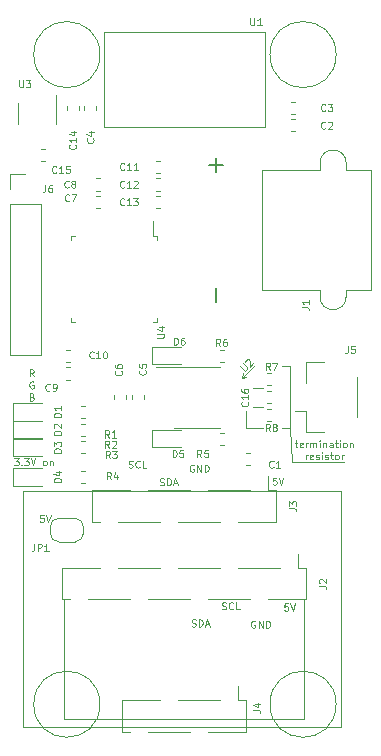
<source format=gto>
G04 #@! TF.GenerationSoftware,KiCad,Pcbnew,(5.1.2)-1*
G04 #@! TF.CreationDate,2019-12-12T00:14:11+09:00*
G04 #@! TF.ProjectId,CAN_IMU,43414e5f-494d-4552-9e6b-696361645f70,rev?*
G04 #@! TF.SameCoordinates,PXcd0a3c0PY7e5ca20*
G04 #@! TF.FileFunction,Legend,Top*
G04 #@! TF.FilePolarity,Positive*
%FSLAX46Y46*%
G04 Gerber Fmt 4.6, Leading zero omitted, Abs format (unit mm)*
G04 Created by KiCad (PCBNEW (5.1.2)-1) date 2019-12-12 00:14:11*
%MOMM*%
%LPD*%
G04 APERTURE LIST*
%ADD10C,0.120000*%
%ADD11C,0.150000*%
G04 APERTURE END LIST*
D10*
X-11964286Y-11471428D02*
X-12250000Y-11471428D01*
X-12278572Y-11757142D01*
X-12250000Y-11728571D01*
X-12192858Y-11700000D01*
X-12050000Y-11700000D01*
X-11992858Y-11728571D01*
X-11964286Y-11757142D01*
X-11935715Y-11814285D01*
X-11935715Y-11957142D01*
X-11964286Y-12014285D01*
X-11992858Y-12042857D01*
X-12050000Y-12071428D01*
X-12192858Y-12071428D01*
X-12250000Y-12042857D01*
X-12278572Y-12014285D01*
X-11764286Y-11471428D02*
X-11564286Y-12071428D01*
X-11364286Y-11471428D01*
X7735714Y-8321428D02*
X7450000Y-8321428D01*
X7421428Y-8607142D01*
X7450000Y-8578571D01*
X7507142Y-8550000D01*
X7650000Y-8550000D01*
X7707142Y-8578571D01*
X7735714Y-8607142D01*
X7764285Y-8664285D01*
X7764285Y-8807142D01*
X7735714Y-8864285D01*
X7707142Y-8892857D01*
X7650000Y-8921428D01*
X7507142Y-8921428D01*
X7450000Y-8892857D01*
X7421428Y-8864285D01*
X7935714Y-8321428D02*
X8135714Y-8921428D01*
X8335714Y-8321428D01*
X8735714Y-18971428D02*
X8450000Y-18971428D01*
X8421428Y-19257142D01*
X8450000Y-19228571D01*
X8507142Y-19200000D01*
X8650000Y-19200000D01*
X8707142Y-19228571D01*
X8735714Y-19257142D01*
X8764285Y-19314285D01*
X8764285Y-19457142D01*
X8735714Y-19514285D01*
X8707142Y-19542857D01*
X8650000Y-19571428D01*
X8507142Y-19571428D01*
X8450000Y-19542857D01*
X8421428Y-19514285D01*
X8935714Y-18971428D02*
X9135714Y-19571428D01*
X9335714Y-18971428D01*
X5942857Y-20450000D02*
X5885714Y-20421428D01*
X5800000Y-20421428D01*
X5714285Y-20450000D01*
X5657142Y-20507142D01*
X5628571Y-20564285D01*
X5600000Y-20678571D01*
X5600000Y-20764285D01*
X5628571Y-20878571D01*
X5657142Y-20935714D01*
X5714285Y-20992857D01*
X5800000Y-21021428D01*
X5857142Y-21021428D01*
X5942857Y-20992857D01*
X5971428Y-20964285D01*
X5971428Y-20764285D01*
X5857142Y-20764285D01*
X6228571Y-21021428D02*
X6228571Y-20421428D01*
X6571428Y-21021428D01*
X6571428Y-20421428D01*
X6857142Y-21021428D02*
X6857142Y-20421428D01*
X7000000Y-20421428D01*
X7085714Y-20450000D01*
X7142857Y-20507142D01*
X7171428Y-20564285D01*
X7200000Y-20678571D01*
X7200000Y-20764285D01*
X7171428Y-20878571D01*
X7142857Y-20935714D01*
X7085714Y-20992857D01*
X7000000Y-21021428D01*
X6857142Y-21021428D01*
X742857Y-7250000D02*
X685714Y-7221428D01*
X600000Y-7221428D01*
X514285Y-7250000D01*
X457142Y-7307142D01*
X428571Y-7364285D01*
X400000Y-7478571D01*
X400000Y-7564285D01*
X428571Y-7678571D01*
X457142Y-7735714D01*
X514285Y-7792857D01*
X600000Y-7821428D01*
X657142Y-7821428D01*
X742857Y-7792857D01*
X771428Y-7764285D01*
X771428Y-7564285D01*
X657142Y-7564285D01*
X1028571Y-7821428D02*
X1028571Y-7221428D01*
X1371428Y-7821428D01*
X1371428Y-7221428D01*
X1657142Y-7821428D02*
X1657142Y-7221428D01*
X1800000Y-7221428D01*
X1885714Y-7250000D01*
X1942857Y-7307142D01*
X1971428Y-7364285D01*
X2000000Y-7478571D01*
X2000000Y-7564285D01*
X1971428Y-7678571D01*
X1942857Y-7735714D01*
X1885714Y-7792857D01*
X1800000Y-7821428D01*
X1657142Y-7821428D01*
X-2128572Y-8942857D02*
X-2042858Y-8971428D01*
X-1900000Y-8971428D01*
X-1842858Y-8942857D01*
X-1814286Y-8914285D01*
X-1785715Y-8857142D01*
X-1785715Y-8800000D01*
X-1814286Y-8742857D01*
X-1842858Y-8714285D01*
X-1900000Y-8685714D01*
X-2014286Y-8657142D01*
X-2071429Y-8628571D01*
X-2100000Y-8600000D01*
X-2128572Y-8542857D01*
X-2128572Y-8485714D01*
X-2100000Y-8428571D01*
X-2071429Y-8400000D01*
X-2014286Y-8371428D01*
X-1871429Y-8371428D01*
X-1785715Y-8400000D01*
X-1528572Y-8971428D02*
X-1528572Y-8371428D01*
X-1385715Y-8371428D01*
X-1300000Y-8400000D01*
X-1242858Y-8457142D01*
X-1214286Y-8514285D01*
X-1185715Y-8628571D01*
X-1185715Y-8714285D01*
X-1214286Y-8828571D01*
X-1242858Y-8885714D01*
X-1300000Y-8942857D01*
X-1385715Y-8971428D01*
X-1528572Y-8971428D01*
X-957143Y-8800000D02*
X-671429Y-8800000D01*
X-1014286Y-8971428D02*
X-814286Y-8371428D01*
X-614286Y-8971428D01*
X571428Y-20892857D02*
X657142Y-20921428D01*
X800000Y-20921428D01*
X857142Y-20892857D01*
X885714Y-20864285D01*
X914285Y-20807142D01*
X914285Y-20750000D01*
X885714Y-20692857D01*
X857142Y-20664285D01*
X800000Y-20635714D01*
X685714Y-20607142D01*
X628571Y-20578571D01*
X600000Y-20550000D01*
X571428Y-20492857D01*
X571428Y-20435714D01*
X600000Y-20378571D01*
X628571Y-20350000D01*
X685714Y-20321428D01*
X828571Y-20321428D01*
X914285Y-20350000D01*
X1171428Y-20921428D02*
X1171428Y-20321428D01*
X1314285Y-20321428D01*
X1400000Y-20350000D01*
X1457142Y-20407142D01*
X1485714Y-20464285D01*
X1514285Y-20578571D01*
X1514285Y-20664285D01*
X1485714Y-20778571D01*
X1457142Y-20835714D01*
X1400000Y-20892857D01*
X1314285Y-20921428D01*
X1171428Y-20921428D01*
X1742857Y-20750000D02*
X2028571Y-20750000D01*
X1685714Y-20921428D02*
X1885714Y-20321428D01*
X2085714Y-20921428D01*
X3135714Y-19442857D02*
X3221428Y-19471428D01*
X3364285Y-19471428D01*
X3421428Y-19442857D01*
X3450000Y-19414285D01*
X3478571Y-19357142D01*
X3478571Y-19300000D01*
X3450000Y-19242857D01*
X3421428Y-19214285D01*
X3364285Y-19185714D01*
X3250000Y-19157142D01*
X3192857Y-19128571D01*
X3164285Y-19100000D01*
X3135714Y-19042857D01*
X3135714Y-18985714D01*
X3164285Y-18928571D01*
X3192857Y-18900000D01*
X3250000Y-18871428D01*
X3392857Y-18871428D01*
X3478571Y-18900000D01*
X4078571Y-19414285D02*
X4050000Y-19442857D01*
X3964285Y-19471428D01*
X3907142Y-19471428D01*
X3821428Y-19442857D01*
X3764285Y-19385714D01*
X3735714Y-19328571D01*
X3707142Y-19214285D01*
X3707142Y-19128571D01*
X3735714Y-19014285D01*
X3764285Y-18957142D01*
X3821428Y-18900000D01*
X3907142Y-18871428D01*
X3964285Y-18871428D01*
X4050000Y-18900000D01*
X4078571Y-18928571D01*
X4621428Y-19471428D02*
X4335714Y-19471428D01*
X4335714Y-18871428D01*
X-4764286Y-7442857D02*
X-4678572Y-7471428D01*
X-4535715Y-7471428D01*
X-4478572Y-7442857D01*
X-4450000Y-7414285D01*
X-4421429Y-7357142D01*
X-4421429Y-7300000D01*
X-4450000Y-7242857D01*
X-4478572Y-7214285D01*
X-4535715Y-7185714D01*
X-4650000Y-7157142D01*
X-4707143Y-7128571D01*
X-4735715Y-7100000D01*
X-4764286Y-7042857D01*
X-4764286Y-6985714D01*
X-4735715Y-6928571D01*
X-4707143Y-6900000D01*
X-4650000Y-6871428D01*
X-4507143Y-6871428D01*
X-4421429Y-6900000D01*
X-3821429Y-7414285D02*
X-3850000Y-7442857D01*
X-3935715Y-7471428D01*
X-3992858Y-7471428D01*
X-4078572Y-7442857D01*
X-4135715Y-7385714D01*
X-4164286Y-7328571D01*
X-4192858Y-7214285D01*
X-4192858Y-7128571D01*
X-4164286Y-7014285D01*
X-4135715Y-6957142D01*
X-4078572Y-6900000D01*
X-3992858Y-6871428D01*
X-3935715Y-6871428D01*
X-3850000Y-6900000D01*
X-3821429Y-6928571D01*
X-3278572Y-7471428D02*
X-3564286Y-7471428D01*
X-3564286Y-6871428D01*
X5800000Y-2300000D02*
X6600000Y-2300000D01*
X5800000Y-700000D02*
X6600000Y-700000D01*
X9300000Y-5361428D02*
X9528571Y-5361428D01*
X9385714Y-5161428D02*
X9385714Y-5675714D01*
X9414285Y-5732857D01*
X9471428Y-5761428D01*
X9528571Y-5761428D01*
X9957142Y-5732857D02*
X9900000Y-5761428D01*
X9785714Y-5761428D01*
X9728571Y-5732857D01*
X9700000Y-5675714D01*
X9700000Y-5447142D01*
X9728571Y-5390000D01*
X9785714Y-5361428D01*
X9900000Y-5361428D01*
X9957142Y-5390000D01*
X9985714Y-5447142D01*
X9985714Y-5504285D01*
X9700000Y-5561428D01*
X10242857Y-5761428D02*
X10242857Y-5361428D01*
X10242857Y-5475714D02*
X10271428Y-5418571D01*
X10300000Y-5390000D01*
X10357142Y-5361428D01*
X10414285Y-5361428D01*
X10614285Y-5761428D02*
X10614285Y-5361428D01*
X10614285Y-5418571D02*
X10642857Y-5390000D01*
X10700000Y-5361428D01*
X10785714Y-5361428D01*
X10842857Y-5390000D01*
X10871428Y-5447142D01*
X10871428Y-5761428D01*
X10871428Y-5447142D02*
X10900000Y-5390000D01*
X10957142Y-5361428D01*
X11042857Y-5361428D01*
X11100000Y-5390000D01*
X11128571Y-5447142D01*
X11128571Y-5761428D01*
X11414285Y-5761428D02*
X11414285Y-5361428D01*
X11414285Y-5161428D02*
X11385714Y-5190000D01*
X11414285Y-5218571D01*
X11442857Y-5190000D01*
X11414285Y-5161428D01*
X11414285Y-5218571D01*
X11700000Y-5361428D02*
X11700000Y-5761428D01*
X11700000Y-5418571D02*
X11728571Y-5390000D01*
X11785714Y-5361428D01*
X11871428Y-5361428D01*
X11928571Y-5390000D01*
X11957142Y-5447142D01*
X11957142Y-5761428D01*
X12500000Y-5761428D02*
X12500000Y-5447142D01*
X12471428Y-5390000D01*
X12414285Y-5361428D01*
X12300000Y-5361428D01*
X12242857Y-5390000D01*
X12500000Y-5732857D02*
X12442857Y-5761428D01*
X12300000Y-5761428D01*
X12242857Y-5732857D01*
X12214285Y-5675714D01*
X12214285Y-5618571D01*
X12242857Y-5561428D01*
X12300000Y-5532857D01*
X12442857Y-5532857D01*
X12500000Y-5504285D01*
X12700000Y-5361428D02*
X12928571Y-5361428D01*
X12785714Y-5161428D02*
X12785714Y-5675714D01*
X12814285Y-5732857D01*
X12871428Y-5761428D01*
X12928571Y-5761428D01*
X13128571Y-5761428D02*
X13128571Y-5361428D01*
X13128571Y-5161428D02*
X13100000Y-5190000D01*
X13128571Y-5218571D01*
X13157142Y-5190000D01*
X13128571Y-5161428D01*
X13128571Y-5218571D01*
X13500000Y-5761428D02*
X13442857Y-5732857D01*
X13414285Y-5704285D01*
X13385714Y-5647142D01*
X13385714Y-5475714D01*
X13414285Y-5418571D01*
X13442857Y-5390000D01*
X13500000Y-5361428D01*
X13585714Y-5361428D01*
X13642857Y-5390000D01*
X13671428Y-5418571D01*
X13700000Y-5475714D01*
X13700000Y-5647142D01*
X13671428Y-5704285D01*
X13642857Y-5732857D01*
X13585714Y-5761428D01*
X13500000Y-5761428D01*
X13957142Y-5361428D02*
X13957142Y-5761428D01*
X13957142Y-5418571D02*
X13985714Y-5390000D01*
X14042857Y-5361428D01*
X14128571Y-5361428D01*
X14185714Y-5390000D01*
X14214285Y-5447142D01*
X14214285Y-5761428D01*
X10242857Y-6781428D02*
X10242857Y-6381428D01*
X10242857Y-6495714D02*
X10271428Y-6438571D01*
X10300000Y-6410000D01*
X10357142Y-6381428D01*
X10414285Y-6381428D01*
X10842857Y-6752857D02*
X10785714Y-6781428D01*
X10671428Y-6781428D01*
X10614285Y-6752857D01*
X10585714Y-6695714D01*
X10585714Y-6467142D01*
X10614285Y-6410000D01*
X10671428Y-6381428D01*
X10785714Y-6381428D01*
X10842857Y-6410000D01*
X10871428Y-6467142D01*
X10871428Y-6524285D01*
X10585714Y-6581428D01*
X11100000Y-6752857D02*
X11157142Y-6781428D01*
X11271428Y-6781428D01*
X11328571Y-6752857D01*
X11357142Y-6695714D01*
X11357142Y-6667142D01*
X11328571Y-6610000D01*
X11271428Y-6581428D01*
X11185714Y-6581428D01*
X11128571Y-6552857D01*
X11100000Y-6495714D01*
X11100000Y-6467142D01*
X11128571Y-6410000D01*
X11185714Y-6381428D01*
X11271428Y-6381428D01*
X11328571Y-6410000D01*
X11614285Y-6781428D02*
X11614285Y-6381428D01*
X11614285Y-6181428D02*
X11585714Y-6210000D01*
X11614285Y-6238571D01*
X11642857Y-6210000D01*
X11614285Y-6181428D01*
X11614285Y-6238571D01*
X11871428Y-6752857D02*
X11928571Y-6781428D01*
X12042857Y-6781428D01*
X12100000Y-6752857D01*
X12128571Y-6695714D01*
X12128571Y-6667142D01*
X12100000Y-6610000D01*
X12042857Y-6581428D01*
X11957142Y-6581428D01*
X11900000Y-6552857D01*
X11871428Y-6495714D01*
X11871428Y-6467142D01*
X11900000Y-6410000D01*
X11957142Y-6381428D01*
X12042857Y-6381428D01*
X12100000Y-6410000D01*
X12300000Y-6381428D02*
X12528571Y-6381428D01*
X12385714Y-6181428D02*
X12385714Y-6695714D01*
X12414285Y-6752857D01*
X12471428Y-6781428D01*
X12528571Y-6781428D01*
X12814285Y-6781428D02*
X12757142Y-6752857D01*
X12728571Y-6724285D01*
X12700000Y-6667142D01*
X12700000Y-6495714D01*
X12728571Y-6438571D01*
X12757142Y-6410000D01*
X12814285Y-6381428D01*
X12900000Y-6381428D01*
X12957142Y-6410000D01*
X12985714Y-6438571D01*
X13014285Y-6495714D01*
X13014285Y-6667142D01*
X12985714Y-6724285D01*
X12957142Y-6752857D01*
X12900000Y-6781428D01*
X12814285Y-6781428D01*
X13271428Y-6781428D02*
X13271428Y-6381428D01*
X13271428Y-6495714D02*
X13300000Y-6438571D01*
X13328571Y-6410000D01*
X13385714Y-6381428D01*
X13442857Y-6381428D01*
X9100000Y-7000000D02*
X13500000Y-7000000D01*
X8900000Y-4100000D02*
X9100000Y-7000000D01*
X8900000Y1100000D02*
X8200000Y1100000D01*
X8900000Y-4100000D02*
X8900000Y1100000D01*
X8200000Y-4100000D02*
X8900000Y-4100000D01*
X5200000Y-4100000D02*
X6600000Y-4100000D01*
X5200000Y-2700000D02*
X5200000Y-4100000D01*
X4800000Y100000D02*
X5200000Y200000D01*
X4800000Y100000D02*
X4900000Y500000D01*
X5900000Y1200000D02*
X4800000Y100000D01*
X-12814286Y248572D02*
X-13014286Y534286D01*
X-13157143Y248572D02*
X-13157143Y848572D01*
X-12928572Y848572D01*
X-12871429Y820000D01*
X-12842858Y791429D01*
X-12814286Y734286D01*
X-12814286Y648572D01*
X-12842858Y591429D01*
X-12871429Y562858D01*
X-12928572Y534286D01*
X-13157143Y534286D01*
X-12842858Y-200000D02*
X-12900000Y-171428D01*
X-12985715Y-171428D01*
X-13071429Y-200000D01*
X-13128572Y-257142D01*
X-13157143Y-314285D01*
X-13185715Y-428571D01*
X-13185715Y-514285D01*
X-13157143Y-628571D01*
X-13128572Y-685714D01*
X-13071429Y-742857D01*
X-12985715Y-771428D01*
X-12928572Y-771428D01*
X-12842858Y-742857D01*
X-12814286Y-714285D01*
X-12814286Y-514285D01*
X-12928572Y-514285D01*
X-12957143Y-1477142D02*
X-12871429Y-1505714D01*
X-12842858Y-1534285D01*
X-12814286Y-1591428D01*
X-12814286Y-1677142D01*
X-12842858Y-1734285D01*
X-12871429Y-1762857D01*
X-12928572Y-1791428D01*
X-13157143Y-1791428D01*
X-13157143Y-1191428D01*
X-12957143Y-1191428D01*
X-12900000Y-1220000D01*
X-12871429Y-1248571D01*
X-12842858Y-1305714D01*
X-12842858Y-1362857D01*
X-12871429Y-1420000D01*
X-12900000Y-1448571D01*
X-12957143Y-1477142D01*
X-13157143Y-1477142D01*
X-14457143Y-6671428D02*
X-14085715Y-6671428D01*
X-14285715Y-6900000D01*
X-14200000Y-6900000D01*
X-14142858Y-6928571D01*
X-14114286Y-6957142D01*
X-14085715Y-7014285D01*
X-14085715Y-7157142D01*
X-14114286Y-7214285D01*
X-14142858Y-7242857D01*
X-14200000Y-7271428D01*
X-14371429Y-7271428D01*
X-14428572Y-7242857D01*
X-14457143Y-7214285D01*
X-13828572Y-7214285D02*
X-13800000Y-7242857D01*
X-13828572Y-7271428D01*
X-13857143Y-7242857D01*
X-13828572Y-7214285D01*
X-13828572Y-7271428D01*
X-13600000Y-6671428D02*
X-13228572Y-6671428D01*
X-13428572Y-6900000D01*
X-13342858Y-6900000D01*
X-13285715Y-6928571D01*
X-13257143Y-6957142D01*
X-13228572Y-7014285D01*
X-13228572Y-7157142D01*
X-13257143Y-7214285D01*
X-13285715Y-7242857D01*
X-13342858Y-7271428D01*
X-13514286Y-7271428D01*
X-13571429Y-7242857D01*
X-13600000Y-7214285D01*
X-13057143Y-6671428D02*
X-12857143Y-7271428D01*
X-12657143Y-6671428D01*
X-11914286Y-7271428D02*
X-11971429Y-7242857D01*
X-12000000Y-7214285D01*
X-12028572Y-7157142D01*
X-12028572Y-6985714D01*
X-12000000Y-6928571D01*
X-11971429Y-6900000D01*
X-11914286Y-6871428D01*
X-11828572Y-6871428D01*
X-11771429Y-6900000D01*
X-11742858Y-6928571D01*
X-11714286Y-6985714D01*
X-11714286Y-7157142D01*
X-11742858Y-7214285D01*
X-11771429Y-7242857D01*
X-11828572Y-7271428D01*
X-11914286Y-7271428D01*
X-11457143Y-6871428D02*
X-11457143Y-7271428D01*
X-11457143Y-6928571D02*
X-11428572Y-6900000D01*
X-11371429Y-6871428D01*
X-11285715Y-6871428D01*
X-11228572Y-6900000D01*
X-11200000Y-6957142D01*
X-11200000Y-7271428D01*
X-7200000Y-27500000D02*
G75*
G03X-7200000Y-27500000I-2800000J0D01*
G01*
X12800000Y-27500000D02*
G75*
G03X12800000Y-27500000I-2800000J0D01*
G01*
X-7200000Y27500000D02*
G75*
G03X-7200000Y27500000I-2800000J0D01*
G01*
X12800000Y27500000D02*
G75*
G03X12800000Y27500000I-2800000J0D01*
G01*
X-10230000Y-28730000D02*
X-10230000Y-18570000D01*
X10090000Y-28730000D02*
X10090000Y-18570000D01*
X-10230000Y-28730000D02*
X10090000Y-28730000D01*
X13250000Y-9430000D02*
X-13750000Y-9430000D01*
X13250000Y-29429999D02*
X13250000Y-9430000D01*
X-13750000Y-29429999D02*
X13250000Y-29429999D01*
X-13750000Y-9430000D02*
X-13750000Y-29429999D01*
X5546267Y-6240000D02*
X5203733Y-6240000D01*
X5546267Y-7260000D02*
X5203733Y-7260000D01*
X6953733Y-3510000D02*
X7296267Y-3510000D01*
X6953733Y-2490000D02*
X7296267Y-2490000D01*
X7296267Y510000D02*
X6953733Y510000D01*
X7296267Y-510000D02*
X6953733Y-510000D01*
X3296267Y2470000D02*
X2953733Y2470000D01*
X3296267Y1450000D02*
X2953733Y1450000D01*
X3296267Y-4530000D02*
X2953733Y-4530000D01*
X3296267Y-5550000D02*
X2953733Y-5550000D01*
X-8453733Y-7740000D02*
X-8796267Y-7740000D01*
X-8453733Y-8760000D02*
X-8796267Y-8760000D01*
X-8453733Y-5240000D02*
X-8796267Y-5240000D01*
X-8453733Y-6260000D02*
X-8796267Y-6260000D01*
X-8453733Y-3740000D02*
X-8796267Y-3740000D01*
X-8453733Y-4760000D02*
X-8796267Y-4760000D01*
X-8453734Y-2240000D02*
X-8796268Y-2240000D01*
X-8453734Y-3260000D02*
X-8796268Y-3260000D01*
X-10700000Y-11750000D02*
X-9300000Y-11750000D01*
X-8600000Y-12450000D02*
X-8600000Y-13050000D01*
X-9300000Y-13750000D02*
X-10700000Y-13750000D01*
X-11400000Y-13050000D02*
X-11400000Y-12450000D01*
X-11400000Y-12450000D02*
G75*
G02X-10700000Y-11750000I700000J0D01*
G01*
X-10700000Y-13750000D02*
G75*
G02X-11400000Y-13050000I0J700000D01*
G01*
X-8600000Y-13050000D02*
G75*
G02X-9300000Y-13750000I-700000J0D01*
G01*
X-9300000Y-11750000D02*
G75*
G02X-8600000Y-12450000I0J-700000D01*
G01*
X-2785000Y1265000D02*
X-325000Y1265000D01*
X-2785000Y2735000D02*
X-2785000Y1265000D01*
X-325000Y2735000D02*
X-2785000Y2735000D01*
X-2785000Y-5735000D02*
X-325000Y-5735000D01*
X-2785000Y-4265000D02*
X-2785000Y-5735000D01*
X-325000Y-4265000D02*
X-2785000Y-4265000D01*
X-14560000Y-8985000D02*
X-12100000Y-8985000D01*
X-14560000Y-7515000D02*
X-14560000Y-8985000D01*
X-12100000Y-7515000D02*
X-14560000Y-7515000D01*
X-14560000Y-6485000D02*
X-12100000Y-6485000D01*
X-14560000Y-5015000D02*
X-14560000Y-6485000D01*
X-12100000Y-5015000D02*
X-14560000Y-5015000D01*
X-14560000Y-4985000D02*
X-12100000Y-4985000D01*
X-14560000Y-3515000D02*
X-14560000Y-4985000D01*
X-12100000Y-3515000D02*
X-14560000Y-3515000D01*
X-14560000Y-3485000D02*
X-12100000Y-3485000D01*
X-14560000Y-2015000D02*
X-14560000Y-3485000D01*
X-12100000Y-2015000D02*
X-14560000Y-2015000D01*
X6953733Y-2010000D02*
X7296267Y-2010000D01*
X6953733Y-990000D02*
X7296267Y-990000D01*
X-11828733Y19510000D02*
X-12171267Y19510000D01*
X-11828733Y18490000D02*
X-12171267Y18490000D01*
X-8990000Y22828733D02*
X-8990000Y23171267D01*
X-10010000Y22828733D02*
X-10010000Y23171267D01*
X-2421267Y14490000D02*
X-2078733Y14490000D01*
X-2421267Y15510000D02*
X-2078733Y15510000D01*
X-2421267Y15990000D02*
X-2078733Y15990000D01*
X-2421267Y17010000D02*
X-2078733Y17010000D01*
X-2421267Y17490000D02*
X-2078733Y17490000D01*
X-2421267Y18510000D02*
X-2078733Y18510000D01*
X-9703733Y2510000D02*
X-10046267Y2510000D01*
X-9703733Y1490000D02*
X-10046267Y1490000D01*
X-9703733Y1010000D02*
X-10046267Y1010000D01*
X-9703733Y-10000D02*
X-10046267Y-10000D01*
X-7203733Y17010000D02*
X-7546267Y17010000D01*
X-7203733Y15990000D02*
X-7546267Y15990000D01*
X-7203733Y15510000D02*
X-7546267Y15510000D01*
X-7203733Y14490000D02*
X-7546267Y14490000D01*
X-4990000Y-1671267D02*
X-4990000Y-1328733D01*
X-6010000Y-1671267D02*
X-6010000Y-1328733D01*
X-3490000Y-1671267D02*
X-3490000Y-1328733D01*
X-4510000Y-1671267D02*
X-4510000Y-1328733D01*
X-7490000Y22828733D02*
X-7490000Y23171267D01*
X-8510000Y22828733D02*
X-8510000Y23171267D01*
X8953733Y22490000D02*
X9296267Y22490000D01*
X8953733Y23510000D02*
X9296267Y23510000D01*
X8953733Y20990000D02*
X9296267Y20990000D01*
X8953733Y22010000D02*
X9296267Y22010000D01*
X6810000Y21400000D02*
X6810000Y29400000D01*
X6810000Y29400000D02*
X-6890000Y29400000D01*
X-6890000Y21400000D02*
X6810000Y21400000D01*
X-6890000Y29400000D02*
X-6890000Y21400000D01*
X-2690000Y12110000D02*
X-2690000Y13425000D01*
X-2390000Y12110000D02*
X-2690000Y12110000D01*
X-2390000Y11810000D02*
X-2390000Y12110000D01*
X-2390000Y4890000D02*
X-2690000Y4890000D01*
X-2390000Y5190000D02*
X-2390000Y4890000D01*
X-9610000Y12110000D02*
X-9310000Y12110000D01*
X-9610000Y11810000D02*
X-9610000Y12110000D01*
X-9610000Y4890000D02*
X-9310000Y4890000D01*
X-9610000Y5190000D02*
X-9610000Y4890000D01*
X-10890000Y21600000D02*
X-10890000Y24050000D01*
X-14110000Y23400000D02*
X-14110000Y21600000D01*
X1000000Y1020000D02*
X-2450000Y1020000D01*
X1000000Y1020000D02*
X2950000Y1020000D01*
X1000000Y-4100000D02*
X-950000Y-4100000D01*
X1000000Y-4100000D02*
X2950000Y-4100000D01*
X-14830000Y17410000D02*
X-13500000Y17410000D01*
X-14830000Y16080000D02*
X-14830000Y17410000D01*
X-14830000Y14810000D02*
X-12170000Y14810000D01*
X-12170000Y14810000D02*
X-12170000Y2050000D01*
X-14830000Y14810000D02*
X-14830000Y2050000D01*
X-14830000Y2050000D02*
X-12170000Y2050000D01*
X14560000Y-3215000D02*
X14560000Y215000D01*
X10290000Y1485000D02*
X10290000Y-315000D01*
X11740000Y1485000D02*
X10290000Y1485000D01*
X10290000Y-2685000D02*
X9300000Y-2685000D01*
X10290000Y-4485000D02*
X10290000Y-2685000D01*
X11740000Y-4485000D02*
X10290000Y-4485000D01*
X13650000Y7010000D02*
G75*
G02X11430000Y7010000I-1110000J0D01*
G01*
X11430000Y18310000D02*
G75*
G02X13650000Y18310000I1110000J0D01*
G01*
X15750000Y7600000D02*
X13650000Y7600000D01*
X11430000Y18310000D02*
X11430000Y17720000D01*
X13650000Y18310000D02*
X13650000Y17720000D01*
X13650000Y7600000D02*
X13650000Y7010000D01*
X11430000Y7600000D02*
X11430000Y7010000D01*
X11430000Y7600000D02*
X6530000Y7600000D01*
X15750000Y17720000D02*
X13650000Y17720000D01*
X11430000Y17720000D02*
X6530000Y17720000D01*
X6530000Y17720000D02*
X6530000Y7600000D01*
X15750000Y17720000D02*
X15750000Y7600000D01*
X4500000Y-25950000D02*
X4500000Y-27160000D01*
X-2100000Y-27160000D02*
X-5310000Y-27160000D01*
X2980000Y-27160000D02*
X-580000Y-27160000D01*
X5170000Y-27160000D02*
X4500000Y-27160000D01*
X-5310000Y-27160000D02*
X-5310000Y-29820000D01*
X-4640000Y-29820000D02*
X-5310000Y-29820000D01*
X440000Y-29820000D02*
X-3120000Y-29820000D01*
X5170000Y-29820000D02*
X1960000Y-29820000D01*
X5170000Y-27160000D02*
X5170000Y-29820000D01*
X7040000Y-8170000D02*
X7040000Y-9380000D01*
X-4640000Y-9380000D02*
X-7850000Y-9380000D01*
X440000Y-9380000D02*
X-3120000Y-9380000D01*
X5520000Y-9380000D02*
X1960000Y-9380000D01*
X7710000Y-9380000D02*
X7040000Y-9380000D01*
X-7850000Y-9380000D02*
X-7850000Y-12040000D01*
X-7180000Y-12040000D02*
X-7850000Y-12040000D01*
X-2100000Y-12040000D02*
X-5660000Y-12040000D01*
X2980000Y-12040000D02*
X-580000Y-12040000D01*
X7710000Y-12040000D02*
X4500000Y-12040000D01*
X7710000Y-9380000D02*
X7710000Y-12040000D01*
X9580000Y-14759999D02*
X9580000Y-15969999D01*
X-7180000Y-15969999D02*
X-10390000Y-15969999D01*
X-2100000Y-15969999D02*
X-5660000Y-15969999D01*
X2980000Y-15969999D02*
X-580000Y-15969999D01*
X8060000Y-15969999D02*
X4500000Y-15969999D01*
X10250000Y-15969999D02*
X9580000Y-15969999D01*
X-10390000Y-15969999D02*
X-10390000Y-18629999D01*
X-9720000Y-18629999D02*
X-10390000Y-18629999D01*
X-4640000Y-18629999D02*
X-8200000Y-18629999D01*
X440000Y-18629999D02*
X-3120000Y-18629999D01*
X5520000Y-18629999D02*
X1960000Y-18629999D01*
X10250000Y-18629999D02*
X7040000Y-18629999D01*
X10250000Y-15969999D02*
X10250000Y-18629999D01*
X7500000Y-7414285D02*
X7471428Y-7442857D01*
X7385714Y-7471428D01*
X7328571Y-7471428D01*
X7242857Y-7442857D01*
X7185714Y-7385714D01*
X7157142Y-7328571D01*
X7128571Y-7214285D01*
X7128571Y-7128571D01*
X7157142Y-7014285D01*
X7185714Y-6957142D01*
X7242857Y-6900000D01*
X7328571Y-6871428D01*
X7385714Y-6871428D01*
X7471428Y-6900000D01*
X7500000Y-6928571D01*
X8071428Y-7471428D02*
X7728571Y-7471428D01*
X7900000Y-7471428D02*
X7900000Y-6871428D01*
X7842857Y-6957142D01*
X7785714Y-7014285D01*
X7728571Y-7042857D01*
X7200000Y-4371428D02*
X7000000Y-4085714D01*
X6857142Y-4371428D02*
X6857142Y-3771428D01*
X7085714Y-3771428D01*
X7142857Y-3800000D01*
X7171428Y-3828571D01*
X7200000Y-3885714D01*
X7200000Y-3971428D01*
X7171428Y-4028571D01*
X7142857Y-4057142D01*
X7085714Y-4085714D01*
X6857142Y-4085714D01*
X7542857Y-4028571D02*
X7485714Y-4000000D01*
X7457142Y-3971428D01*
X7428571Y-3914285D01*
X7428571Y-3885714D01*
X7457142Y-3828571D01*
X7485714Y-3800000D01*
X7542857Y-3771428D01*
X7657142Y-3771428D01*
X7714285Y-3800000D01*
X7742857Y-3828571D01*
X7771428Y-3885714D01*
X7771428Y-3914285D01*
X7742857Y-3971428D01*
X7714285Y-4000000D01*
X7657142Y-4028571D01*
X7542857Y-4028571D01*
X7485714Y-4057142D01*
X7457142Y-4085714D01*
X7428571Y-4142857D01*
X7428571Y-4257142D01*
X7457142Y-4314285D01*
X7485714Y-4342857D01*
X7542857Y-4371428D01*
X7657142Y-4371428D01*
X7714285Y-4342857D01*
X7742857Y-4314285D01*
X7771428Y-4257142D01*
X7771428Y-4142857D01*
X7742857Y-4085714D01*
X7714285Y-4057142D01*
X7657142Y-4028571D01*
X7200000Y828572D02*
X7000000Y1114286D01*
X6857142Y828572D02*
X6857142Y1428572D01*
X7085714Y1428572D01*
X7142857Y1400000D01*
X7171428Y1371429D01*
X7200000Y1314286D01*
X7200000Y1228572D01*
X7171428Y1171429D01*
X7142857Y1142858D01*
X7085714Y1114286D01*
X6857142Y1114286D01*
X7400000Y1428572D02*
X7800000Y1428572D01*
X7542857Y828572D01*
X3000000Y2828572D02*
X2800000Y3114286D01*
X2657142Y2828572D02*
X2657142Y3428572D01*
X2885714Y3428572D01*
X2942857Y3400000D01*
X2971428Y3371429D01*
X3000000Y3314286D01*
X3000000Y3228572D01*
X2971428Y3171429D01*
X2942857Y3142858D01*
X2885714Y3114286D01*
X2657142Y3114286D01*
X3514285Y3428572D02*
X3400000Y3428572D01*
X3342857Y3400000D01*
X3314285Y3371429D01*
X3257142Y3285715D01*
X3228571Y3171429D01*
X3228571Y2942858D01*
X3257142Y2885715D01*
X3285714Y2857143D01*
X3342857Y2828572D01*
X3457142Y2828572D01*
X3514285Y2857143D01*
X3542857Y2885715D01*
X3571428Y2942858D01*
X3571428Y3085715D01*
X3542857Y3142858D01*
X3514285Y3171429D01*
X3457142Y3200000D01*
X3342857Y3200000D01*
X3285714Y3171429D01*
X3257142Y3142858D01*
X3228571Y3085715D01*
X1400000Y-6571428D02*
X1200000Y-6285714D01*
X1057142Y-6571428D02*
X1057142Y-5971428D01*
X1285714Y-5971428D01*
X1342857Y-6000000D01*
X1371428Y-6028571D01*
X1400000Y-6085714D01*
X1400000Y-6171428D01*
X1371428Y-6228571D01*
X1342857Y-6257142D01*
X1285714Y-6285714D01*
X1057142Y-6285714D01*
X1942857Y-5971428D02*
X1657142Y-5971428D01*
X1628571Y-6257142D01*
X1657142Y-6228571D01*
X1714285Y-6200000D01*
X1857142Y-6200000D01*
X1914285Y-6228571D01*
X1942857Y-6257142D01*
X1971428Y-6314285D01*
X1971428Y-6457142D01*
X1942857Y-6514285D01*
X1914285Y-6542857D01*
X1857142Y-6571428D01*
X1714285Y-6571428D01*
X1657142Y-6542857D01*
X1628571Y-6514285D01*
X-6260000Y-8461428D02*
X-6460000Y-8175714D01*
X-6602858Y-8461428D02*
X-6602858Y-7861428D01*
X-6374286Y-7861428D01*
X-6317143Y-7890000D01*
X-6288572Y-7918571D01*
X-6260000Y-7975714D01*
X-6260000Y-8061428D01*
X-6288572Y-8118571D01*
X-6317143Y-8147142D01*
X-6374286Y-8175714D01*
X-6602858Y-8175714D01*
X-5745715Y-8061428D02*
X-5745715Y-8461428D01*
X-5888572Y-7832857D02*
X-6031429Y-8261428D01*
X-5660000Y-8261428D01*
X-6350000Y-6661428D02*
X-6550000Y-6375714D01*
X-6692858Y-6661428D02*
X-6692858Y-6061428D01*
X-6464286Y-6061428D01*
X-6407143Y-6090000D01*
X-6378572Y-6118571D01*
X-6350000Y-6175714D01*
X-6350000Y-6261428D01*
X-6378572Y-6318571D01*
X-6407143Y-6347142D01*
X-6464286Y-6375714D01*
X-6692858Y-6375714D01*
X-6150000Y-6061428D02*
X-5778572Y-6061428D01*
X-5978572Y-6290000D01*
X-5892858Y-6290000D01*
X-5835715Y-6318571D01*
X-5807143Y-6347142D01*
X-5778572Y-6404285D01*
X-5778572Y-6547142D01*
X-5807143Y-6604285D01*
X-5835715Y-6632857D01*
X-5892858Y-6661428D01*
X-6064286Y-6661428D01*
X-6121429Y-6632857D01*
X-6150000Y-6604285D01*
X-6400000Y-5791428D02*
X-6600000Y-5505714D01*
X-6742858Y-5791428D02*
X-6742858Y-5191428D01*
X-6514286Y-5191428D01*
X-6457143Y-5220000D01*
X-6428572Y-5248571D01*
X-6400000Y-5305714D01*
X-6400000Y-5391428D01*
X-6428572Y-5448571D01*
X-6457143Y-5477142D01*
X-6514286Y-5505714D01*
X-6742858Y-5505714D01*
X-6171429Y-5248571D02*
X-6142858Y-5220000D01*
X-6085715Y-5191428D01*
X-5942858Y-5191428D01*
X-5885715Y-5220000D01*
X-5857143Y-5248571D01*
X-5828572Y-5305714D01*
X-5828572Y-5362857D01*
X-5857143Y-5448571D01*
X-6200000Y-5791428D01*
X-5828572Y-5791428D01*
X-6400000Y-4921428D02*
X-6600000Y-4635714D01*
X-6742858Y-4921428D02*
X-6742858Y-4321428D01*
X-6514286Y-4321428D01*
X-6457143Y-4350000D01*
X-6428572Y-4378571D01*
X-6400000Y-4435714D01*
X-6400000Y-4521428D01*
X-6428572Y-4578571D01*
X-6457143Y-4607142D01*
X-6514286Y-4635714D01*
X-6742858Y-4635714D01*
X-5828572Y-4921428D02*
X-6171429Y-4921428D01*
X-6000000Y-4921428D02*
X-6000000Y-4321428D01*
X-6057143Y-4407142D01*
X-6114286Y-4464285D01*
X-6171429Y-4492857D01*
X-12750000Y-13921428D02*
X-12750000Y-14350000D01*
X-12778572Y-14435714D01*
X-12835715Y-14492857D01*
X-12921429Y-14521428D01*
X-12978572Y-14521428D01*
X-12464286Y-14521428D02*
X-12464286Y-13921428D01*
X-12235715Y-13921428D01*
X-12178572Y-13950000D01*
X-12150000Y-13978571D01*
X-12121429Y-14035714D01*
X-12121429Y-14121428D01*
X-12150000Y-14178571D01*
X-12178572Y-14207142D01*
X-12235715Y-14235714D01*
X-12464286Y-14235714D01*
X-11550000Y-14521428D02*
X-11892858Y-14521428D01*
X-11721429Y-14521428D02*
X-11721429Y-13921428D01*
X-11778572Y-14007142D01*
X-11835715Y-14064285D01*
X-11892858Y-14092857D01*
X-942858Y2928572D02*
X-942858Y3528572D01*
X-800000Y3528572D01*
X-714286Y3500000D01*
X-657143Y3442858D01*
X-628572Y3385715D01*
X-600000Y3271429D01*
X-600000Y3185715D01*
X-628572Y3071429D01*
X-657143Y3014286D01*
X-714286Y2957143D01*
X-800000Y2928572D01*
X-942858Y2928572D01*
X-85715Y3528572D02*
X-200000Y3528572D01*
X-257143Y3500000D01*
X-285715Y3471429D01*
X-342858Y3385715D01*
X-371429Y3271429D01*
X-371429Y3042858D01*
X-342858Y2985715D01*
X-314286Y2957143D01*
X-257143Y2928572D01*
X-142858Y2928572D01*
X-85715Y2957143D01*
X-57143Y2985715D01*
X-28572Y3042858D01*
X-28572Y3185715D01*
X-57143Y3242858D01*
X-85715Y3271429D01*
X-142858Y3300000D01*
X-257143Y3300000D01*
X-314286Y3271429D01*
X-342858Y3242858D01*
X-371429Y3185715D01*
X-1052858Y-6571428D02*
X-1052858Y-5971428D01*
X-910000Y-5971428D01*
X-824286Y-6000000D01*
X-767143Y-6057142D01*
X-738572Y-6114285D01*
X-710000Y-6228571D01*
X-710000Y-6314285D01*
X-738572Y-6428571D01*
X-767143Y-6485714D01*
X-824286Y-6542857D01*
X-910000Y-6571428D01*
X-1052858Y-6571428D01*
X-167143Y-5971428D02*
X-452858Y-5971428D01*
X-481429Y-6257142D01*
X-452858Y-6228571D01*
X-395715Y-6200000D01*
X-252858Y-6200000D01*
X-195715Y-6228571D01*
X-167143Y-6257142D01*
X-138572Y-6314285D01*
X-138572Y-6457142D01*
X-167143Y-6514285D01*
X-195715Y-6542857D01*
X-252858Y-6571428D01*
X-395715Y-6571428D01*
X-452858Y-6542857D01*
X-481429Y-6514285D01*
X-10503572Y-8692857D02*
X-11103572Y-8692857D01*
X-11103572Y-8550000D01*
X-11075000Y-8464285D01*
X-11017858Y-8407142D01*
X-10960715Y-8378571D01*
X-10846429Y-8350000D01*
X-10760715Y-8350000D01*
X-10646429Y-8378571D01*
X-10589286Y-8407142D01*
X-10532143Y-8464285D01*
X-10503572Y-8550000D01*
X-10503572Y-8692857D01*
X-10903572Y-7835714D02*
X-10503572Y-7835714D01*
X-11132143Y-7978571D02*
X-10703572Y-8121428D01*
X-10703572Y-7750000D01*
X-10503572Y-6192857D02*
X-11103572Y-6192857D01*
X-11103572Y-6050000D01*
X-11075000Y-5964285D01*
X-11017858Y-5907142D01*
X-10960715Y-5878571D01*
X-10846429Y-5850000D01*
X-10760715Y-5850000D01*
X-10646429Y-5878571D01*
X-10589286Y-5907142D01*
X-10532143Y-5964285D01*
X-10503572Y-6050000D01*
X-10503572Y-6192857D01*
X-11103572Y-5650000D02*
X-11103572Y-5278571D01*
X-10875000Y-5478571D01*
X-10875000Y-5392857D01*
X-10846429Y-5335714D01*
X-10817858Y-5307142D01*
X-10760715Y-5278571D01*
X-10617858Y-5278571D01*
X-10560715Y-5307142D01*
X-10532143Y-5335714D01*
X-10503572Y-5392857D01*
X-10503572Y-5564285D01*
X-10532143Y-5621428D01*
X-10560715Y-5650000D01*
X-10503572Y-4692857D02*
X-11103572Y-4692857D01*
X-11103572Y-4550000D01*
X-11075000Y-4464285D01*
X-11017858Y-4407142D01*
X-10960715Y-4378571D01*
X-10846429Y-4350000D01*
X-10760715Y-4350000D01*
X-10646429Y-4378571D01*
X-10589286Y-4407142D01*
X-10532143Y-4464285D01*
X-10503572Y-4550000D01*
X-10503572Y-4692857D01*
X-11046429Y-4121428D02*
X-11075000Y-4092857D01*
X-11103572Y-4035714D01*
X-11103572Y-3892857D01*
X-11075000Y-3835714D01*
X-11046429Y-3807142D01*
X-10989286Y-3778571D01*
X-10932143Y-3778571D01*
X-10846429Y-3807142D01*
X-10503572Y-4150000D01*
X-10503572Y-3778571D01*
X-10503572Y-3192857D02*
X-11103572Y-3192857D01*
X-11103572Y-3050000D01*
X-11075000Y-2964285D01*
X-11017858Y-2907142D01*
X-10960715Y-2878571D01*
X-10846429Y-2850000D01*
X-10760715Y-2850000D01*
X-10646429Y-2878571D01*
X-10589286Y-2907142D01*
X-10532143Y-2964285D01*
X-10503572Y-3050000D01*
X-10503572Y-3192857D01*
X-10503572Y-2278571D02*
X-10503572Y-2621428D01*
X-10503572Y-2450000D02*
X-11103572Y-2450000D01*
X-11017858Y-2507142D01*
X-10960715Y-2564285D01*
X-10932143Y-2621428D01*
X5324285Y-1915714D02*
X5352857Y-1944285D01*
X5381428Y-2030000D01*
X5381428Y-2087142D01*
X5352857Y-2172857D01*
X5295714Y-2230000D01*
X5238571Y-2258571D01*
X5124285Y-2287142D01*
X5038571Y-2287142D01*
X4924285Y-2258571D01*
X4867142Y-2230000D01*
X4810000Y-2172857D01*
X4781428Y-2087142D01*
X4781428Y-2030000D01*
X4810000Y-1944285D01*
X4838571Y-1915714D01*
X5381428Y-1344285D02*
X5381428Y-1687142D01*
X5381428Y-1515714D02*
X4781428Y-1515714D01*
X4867142Y-1572857D01*
X4924285Y-1630000D01*
X4952857Y-1687142D01*
X4781428Y-830000D02*
X4781428Y-944285D01*
X4810000Y-1001428D01*
X4838571Y-1030000D01*
X4924285Y-1087142D01*
X5038571Y-1115714D01*
X5267142Y-1115714D01*
X5324285Y-1087142D01*
X5352857Y-1058571D01*
X5381428Y-1001428D01*
X5381428Y-887142D01*
X5352857Y-830000D01*
X5324285Y-801428D01*
X5267142Y-772857D01*
X5124285Y-772857D01*
X5067142Y-801428D01*
X5038571Y-830000D01*
X5010000Y-887142D01*
X5010000Y-1001428D01*
X5038571Y-1058571D01*
X5067142Y-1087142D01*
X5124285Y-1115714D01*
X-10885715Y17535715D02*
X-10914286Y17507143D01*
X-11000000Y17478572D01*
X-11057143Y17478572D01*
X-11142858Y17507143D01*
X-11200000Y17564286D01*
X-11228572Y17621429D01*
X-11257143Y17735715D01*
X-11257143Y17821429D01*
X-11228572Y17935715D01*
X-11200000Y17992858D01*
X-11142858Y18050000D01*
X-11057143Y18078572D01*
X-11000000Y18078572D01*
X-10914286Y18050000D01*
X-10885715Y18021429D01*
X-10314286Y17478572D02*
X-10657143Y17478572D01*
X-10485715Y17478572D02*
X-10485715Y18078572D01*
X-10542858Y17992858D01*
X-10600000Y17935715D01*
X-10657143Y17907143D01*
X-9771429Y18078572D02*
X-10057143Y18078572D01*
X-10085715Y17792858D01*
X-10057143Y17821429D01*
X-10000000Y17850000D01*
X-9857143Y17850000D01*
X-9800000Y17821429D01*
X-9771429Y17792858D01*
X-9742858Y17735715D01*
X-9742858Y17592858D01*
X-9771429Y17535715D01*
X-9800000Y17507143D01*
X-9857143Y17478572D01*
X-10000000Y17478572D01*
X-10057143Y17507143D01*
X-10085715Y17535715D01*
X-9285715Y19864286D02*
X-9257143Y19835715D01*
X-9228572Y19750000D01*
X-9228572Y19692858D01*
X-9257143Y19607143D01*
X-9314286Y19550000D01*
X-9371429Y19521429D01*
X-9485715Y19492858D01*
X-9571429Y19492858D01*
X-9685715Y19521429D01*
X-9742858Y19550000D01*
X-9800000Y19607143D01*
X-9828572Y19692858D01*
X-9828572Y19750000D01*
X-9800000Y19835715D01*
X-9771429Y19864286D01*
X-9228572Y20435715D02*
X-9228572Y20092858D01*
X-9228572Y20264286D02*
X-9828572Y20264286D01*
X-9742858Y20207143D01*
X-9685715Y20150000D01*
X-9657143Y20092858D01*
X-9628572Y20950000D02*
X-9228572Y20950000D01*
X-9857143Y20807143D02*
X-9428572Y20664286D01*
X-9428572Y21035715D01*
X-5135715Y14785715D02*
X-5164286Y14757143D01*
X-5250000Y14728572D01*
X-5307143Y14728572D01*
X-5392858Y14757143D01*
X-5450000Y14814286D01*
X-5478572Y14871429D01*
X-5507143Y14985715D01*
X-5507143Y15071429D01*
X-5478572Y15185715D01*
X-5450000Y15242858D01*
X-5392858Y15300000D01*
X-5307143Y15328572D01*
X-5250000Y15328572D01*
X-5164286Y15300000D01*
X-5135715Y15271429D01*
X-4564286Y14728572D02*
X-4907143Y14728572D01*
X-4735715Y14728572D02*
X-4735715Y15328572D01*
X-4792858Y15242858D01*
X-4850000Y15185715D01*
X-4907143Y15157143D01*
X-4364286Y15328572D02*
X-3992858Y15328572D01*
X-4192858Y15100000D01*
X-4107143Y15100000D01*
X-4050000Y15071429D01*
X-4021429Y15042858D01*
X-3992858Y14985715D01*
X-3992858Y14842858D01*
X-4021429Y14785715D01*
X-4050000Y14757143D01*
X-4107143Y14728572D01*
X-4278572Y14728572D01*
X-4335715Y14757143D01*
X-4364286Y14785715D01*
X-5135715Y16285715D02*
X-5164286Y16257143D01*
X-5250000Y16228572D01*
X-5307143Y16228572D01*
X-5392858Y16257143D01*
X-5450000Y16314286D01*
X-5478572Y16371429D01*
X-5507143Y16485715D01*
X-5507143Y16571429D01*
X-5478572Y16685715D01*
X-5450000Y16742858D01*
X-5392858Y16800000D01*
X-5307143Y16828572D01*
X-5250000Y16828572D01*
X-5164286Y16800000D01*
X-5135715Y16771429D01*
X-4564286Y16228572D02*
X-4907143Y16228572D01*
X-4735715Y16228572D02*
X-4735715Y16828572D01*
X-4792858Y16742858D01*
X-4850000Y16685715D01*
X-4907143Y16657143D01*
X-4335715Y16771429D02*
X-4307143Y16800000D01*
X-4250000Y16828572D01*
X-4107143Y16828572D01*
X-4050000Y16800000D01*
X-4021429Y16771429D01*
X-3992858Y16714286D01*
X-3992858Y16657143D01*
X-4021429Y16571429D01*
X-4364286Y16228572D01*
X-3992858Y16228572D01*
X-5135715Y17785715D02*
X-5164286Y17757143D01*
X-5250000Y17728572D01*
X-5307143Y17728572D01*
X-5392858Y17757143D01*
X-5450000Y17814286D01*
X-5478572Y17871429D01*
X-5507143Y17985715D01*
X-5507143Y18071429D01*
X-5478572Y18185715D01*
X-5450000Y18242858D01*
X-5392858Y18300000D01*
X-5307143Y18328572D01*
X-5250000Y18328572D01*
X-5164286Y18300000D01*
X-5135715Y18271429D01*
X-4564286Y17728572D02*
X-4907143Y17728572D01*
X-4735715Y17728572D02*
X-4735715Y18328572D01*
X-4792858Y18242858D01*
X-4850000Y18185715D01*
X-4907143Y18157143D01*
X-3992858Y17728572D02*
X-4335715Y17728572D01*
X-4164286Y17728572D02*
X-4164286Y18328572D01*
X-4221429Y18242858D01*
X-4278572Y18185715D01*
X-4335715Y18157143D01*
X-7735715Y1835715D02*
X-7764286Y1807143D01*
X-7850000Y1778572D01*
X-7907143Y1778572D01*
X-7992858Y1807143D01*
X-8050000Y1864286D01*
X-8078572Y1921429D01*
X-8107143Y2035715D01*
X-8107143Y2121429D01*
X-8078572Y2235715D01*
X-8050000Y2292858D01*
X-7992858Y2350000D01*
X-7907143Y2378572D01*
X-7850000Y2378572D01*
X-7764286Y2350000D01*
X-7735715Y2321429D01*
X-7164286Y1778572D02*
X-7507143Y1778572D01*
X-7335715Y1778572D02*
X-7335715Y2378572D01*
X-7392858Y2292858D01*
X-7450000Y2235715D01*
X-7507143Y2207143D01*
X-6792858Y2378572D02*
X-6735715Y2378572D01*
X-6678572Y2350000D01*
X-6650000Y2321429D01*
X-6621429Y2264286D01*
X-6592858Y2150000D01*
X-6592858Y2007143D01*
X-6621429Y1892858D01*
X-6650000Y1835715D01*
X-6678572Y1807143D01*
X-6735715Y1778572D01*
X-6792858Y1778572D01*
X-6850000Y1807143D01*
X-6878572Y1835715D01*
X-6907143Y1892858D01*
X-6935715Y2007143D01*
X-6935715Y2150000D01*
X-6907143Y2264286D01*
X-6878572Y2321429D01*
X-6850000Y2350000D01*
X-6792858Y2378572D01*
X-11440000Y-914285D02*
X-11468572Y-942857D01*
X-11554286Y-971428D01*
X-11611429Y-971428D01*
X-11697143Y-942857D01*
X-11754286Y-885714D01*
X-11782858Y-828571D01*
X-11811429Y-714285D01*
X-11811429Y-628571D01*
X-11782858Y-514285D01*
X-11754286Y-457142D01*
X-11697143Y-400000D01*
X-11611429Y-371428D01*
X-11554286Y-371428D01*
X-11468572Y-400000D01*
X-11440000Y-428571D01*
X-11154286Y-971428D02*
X-11040000Y-971428D01*
X-10982858Y-942857D01*
X-10954286Y-914285D01*
X-10897143Y-828571D01*
X-10868572Y-714285D01*
X-10868572Y-485714D01*
X-10897143Y-428571D01*
X-10925715Y-400000D01*
X-10982858Y-371428D01*
X-11097143Y-371428D01*
X-11154286Y-400000D01*
X-11182858Y-428571D01*
X-11211429Y-485714D01*
X-11211429Y-628571D01*
X-11182858Y-685714D01*
X-11154286Y-714285D01*
X-11097143Y-742857D01*
X-10982858Y-742857D01*
X-10925715Y-714285D01*
X-10897143Y-685714D01*
X-10868572Y-628571D01*
X-9850000Y16285715D02*
X-9878572Y16257143D01*
X-9964286Y16228572D01*
X-10021429Y16228572D01*
X-10107143Y16257143D01*
X-10164286Y16314286D01*
X-10192858Y16371429D01*
X-10221429Y16485715D01*
X-10221429Y16571429D01*
X-10192858Y16685715D01*
X-10164286Y16742858D01*
X-10107143Y16800000D01*
X-10021429Y16828572D01*
X-9964286Y16828572D01*
X-9878572Y16800000D01*
X-9850000Y16771429D01*
X-9507143Y16571429D02*
X-9564286Y16600000D01*
X-9592858Y16628572D01*
X-9621429Y16685715D01*
X-9621429Y16714286D01*
X-9592858Y16771429D01*
X-9564286Y16800000D01*
X-9507143Y16828572D01*
X-9392858Y16828572D01*
X-9335715Y16800000D01*
X-9307143Y16771429D01*
X-9278572Y16714286D01*
X-9278572Y16685715D01*
X-9307143Y16628572D01*
X-9335715Y16600000D01*
X-9392858Y16571429D01*
X-9507143Y16571429D01*
X-9564286Y16542858D01*
X-9592858Y16514286D01*
X-9621429Y16457143D01*
X-9621429Y16342858D01*
X-9592858Y16285715D01*
X-9564286Y16257143D01*
X-9507143Y16228572D01*
X-9392858Y16228572D01*
X-9335715Y16257143D01*
X-9307143Y16285715D01*
X-9278572Y16342858D01*
X-9278572Y16457143D01*
X-9307143Y16514286D01*
X-9335715Y16542858D01*
X-9392858Y16571429D01*
X-9790000Y15135715D02*
X-9818572Y15107143D01*
X-9904286Y15078572D01*
X-9961429Y15078572D01*
X-10047143Y15107143D01*
X-10104286Y15164286D01*
X-10132858Y15221429D01*
X-10161429Y15335715D01*
X-10161429Y15421429D01*
X-10132858Y15535715D01*
X-10104286Y15592858D01*
X-10047143Y15650000D01*
X-9961429Y15678572D01*
X-9904286Y15678572D01*
X-9818572Y15650000D01*
X-9790000Y15621429D01*
X-9590000Y15678572D02*
X-9190000Y15678572D01*
X-9447143Y15078572D01*
X-5395715Y720000D02*
X-5367143Y691429D01*
X-5338572Y605715D01*
X-5338572Y548572D01*
X-5367143Y462858D01*
X-5424286Y405715D01*
X-5481429Y377143D01*
X-5595715Y348572D01*
X-5681429Y348572D01*
X-5795715Y377143D01*
X-5852858Y405715D01*
X-5910000Y462858D01*
X-5938572Y548572D01*
X-5938572Y605715D01*
X-5910000Y691429D01*
X-5881429Y720000D01*
X-5938572Y1234286D02*
X-5938572Y1120000D01*
X-5910000Y1062858D01*
X-5881429Y1034286D01*
X-5795715Y977143D01*
X-5681429Y948572D01*
X-5452858Y948572D01*
X-5395715Y977143D01*
X-5367143Y1005715D01*
X-5338572Y1062858D01*
X-5338572Y1177143D01*
X-5367143Y1234286D01*
X-5395715Y1262858D01*
X-5452858Y1291429D01*
X-5595715Y1291429D01*
X-5652858Y1262858D01*
X-5681429Y1234286D01*
X-5710000Y1177143D01*
X-5710000Y1062858D01*
X-5681429Y1005715D01*
X-5652858Y977143D01*
X-5595715Y948572D01*
X-3355715Y770000D02*
X-3327143Y741429D01*
X-3298572Y655715D01*
X-3298572Y598572D01*
X-3327143Y512858D01*
X-3384286Y455715D01*
X-3441429Y427143D01*
X-3555715Y398572D01*
X-3641429Y398572D01*
X-3755715Y427143D01*
X-3812858Y455715D01*
X-3870000Y512858D01*
X-3898572Y598572D01*
X-3898572Y655715D01*
X-3870000Y741429D01*
X-3841429Y770000D01*
X-3898572Y1312858D02*
X-3898572Y1027143D01*
X-3612858Y998572D01*
X-3641429Y1027143D01*
X-3670000Y1084286D01*
X-3670000Y1227143D01*
X-3641429Y1284286D01*
X-3612858Y1312858D01*
X-3555715Y1341429D01*
X-3412858Y1341429D01*
X-3355715Y1312858D01*
X-3327143Y1284286D01*
X-3298572Y1227143D01*
X-3298572Y1084286D01*
X-3327143Y1027143D01*
X-3355715Y998572D01*
X-7785715Y20400000D02*
X-7757143Y20371429D01*
X-7728572Y20285715D01*
X-7728572Y20228572D01*
X-7757143Y20142858D01*
X-7814286Y20085715D01*
X-7871429Y20057143D01*
X-7985715Y20028572D01*
X-8071429Y20028572D01*
X-8185715Y20057143D01*
X-8242858Y20085715D01*
X-8300000Y20142858D01*
X-8328572Y20228572D01*
X-8328572Y20285715D01*
X-8300000Y20371429D01*
X-8271429Y20400000D01*
X-8128572Y20914286D02*
X-7728572Y20914286D01*
X-8357143Y20771429D02*
X-7928572Y20628572D01*
X-7928572Y21000000D01*
X11900000Y22785715D02*
X11871428Y22757143D01*
X11785714Y22728572D01*
X11728571Y22728572D01*
X11642857Y22757143D01*
X11585714Y22814286D01*
X11557142Y22871429D01*
X11528571Y22985715D01*
X11528571Y23071429D01*
X11557142Y23185715D01*
X11585714Y23242858D01*
X11642857Y23300000D01*
X11728571Y23328572D01*
X11785714Y23328572D01*
X11871428Y23300000D01*
X11900000Y23271429D01*
X12100000Y23328572D02*
X12471428Y23328572D01*
X12271428Y23100000D01*
X12357142Y23100000D01*
X12414285Y23071429D01*
X12442857Y23042858D01*
X12471428Y22985715D01*
X12471428Y22842858D01*
X12442857Y22785715D01*
X12414285Y22757143D01*
X12357142Y22728572D01*
X12185714Y22728572D01*
X12128571Y22757143D01*
X12100000Y22785715D01*
X11900000Y21285715D02*
X11871428Y21257143D01*
X11785714Y21228572D01*
X11728571Y21228572D01*
X11642857Y21257143D01*
X11585714Y21314286D01*
X11557142Y21371429D01*
X11528571Y21485715D01*
X11528571Y21571429D01*
X11557142Y21685715D01*
X11585714Y21742858D01*
X11642857Y21800000D01*
X11728571Y21828572D01*
X11785714Y21828572D01*
X11871428Y21800000D01*
X11900000Y21771429D01*
X12128571Y21771429D02*
X12157142Y21800000D01*
X12214285Y21828572D01*
X12357142Y21828572D01*
X12414285Y21800000D01*
X12442857Y21771429D01*
X12471428Y21714286D01*
X12471428Y21657143D01*
X12442857Y21571429D01*
X12100000Y21228572D01*
X12471428Y21228572D01*
X5542857Y30578572D02*
X5542857Y30092858D01*
X5571428Y30035715D01*
X5600000Y30007143D01*
X5657142Y29978572D01*
X5771428Y29978572D01*
X5828571Y30007143D01*
X5857142Y30035715D01*
X5885714Y30092858D01*
X5885714Y30578572D01*
X6485714Y29978572D02*
X6142857Y29978572D01*
X6314285Y29978572D02*
X6314285Y30578572D01*
X6257142Y30492858D01*
X6200000Y30435715D01*
X6142857Y30407143D01*
X-2368572Y3532858D02*
X-1882858Y3532858D01*
X-1825715Y3561429D01*
X-1797143Y3590000D01*
X-1768572Y3647143D01*
X-1768572Y3761429D01*
X-1797143Y3818572D01*
X-1825715Y3847143D01*
X-1882858Y3875715D01*
X-2368572Y3875715D01*
X-2168572Y4418572D02*
X-1768572Y4418572D01*
X-2397143Y4275715D02*
X-1968572Y4132858D01*
X-1968572Y4504286D01*
X-14027143Y25318572D02*
X-14027143Y24832858D01*
X-13998572Y24775715D01*
X-13970000Y24747143D01*
X-13912858Y24718572D01*
X-13798572Y24718572D01*
X-13741429Y24747143D01*
X-13712858Y24775715D01*
X-13684286Y24832858D01*
X-13684286Y25318572D01*
X-13455715Y25318572D02*
X-13084286Y25318572D01*
X-13284286Y25090000D01*
X-13198572Y25090000D01*
X-13141429Y25061429D01*
X-13112858Y25032858D01*
X-13084286Y24975715D01*
X-13084286Y24832858D01*
X-13112858Y24775715D01*
X-13141429Y24747143D01*
X-13198572Y24718572D01*
X-13370000Y24718572D01*
X-13427143Y24747143D01*
X-13455715Y24775715D01*
X4644416Y1109087D02*
X4987867Y765635D01*
X5048477Y745432D01*
X5088883Y745432D01*
X5149492Y765635D01*
X5230304Y846447D01*
X5250507Y907056D01*
X5250507Y947462D01*
X5230304Y1008072D01*
X4886852Y1351523D01*
X5109086Y1492945D02*
X5109086Y1533351D01*
X5129289Y1593960D01*
X5230304Y1694975D01*
X5290913Y1715178D01*
X5331319Y1715178D01*
X5391928Y1694975D01*
X5432335Y1654569D01*
X5472741Y1573757D01*
X5472741Y1088884D01*
X5735380Y1351523D01*
X-11830000Y16458572D02*
X-11830000Y16030000D01*
X-11858572Y15944286D01*
X-11915715Y15887143D01*
X-12001429Y15858572D01*
X-12058572Y15858572D01*
X-11287143Y16458572D02*
X-11401429Y16458572D01*
X-11458572Y16430000D01*
X-11487143Y16401429D01*
X-11544286Y16315715D01*
X-11572858Y16201429D01*
X-11572858Y15972858D01*
X-11544286Y15915715D01*
X-11515715Y15887143D01*
X-11458572Y15858572D01*
X-11344286Y15858572D01*
X-11287143Y15887143D01*
X-11258572Y15915715D01*
X-11230000Y15972858D01*
X-11230000Y16115715D01*
X-11258572Y16172858D01*
X-11287143Y16201429D01*
X-11344286Y16230000D01*
X-11458572Y16230000D01*
X-11515715Y16201429D01*
X-11544286Y16172858D01*
X-11572858Y16115715D01*
X13800000Y2828572D02*
X13800000Y2400000D01*
X13771428Y2314286D01*
X13714285Y2257143D01*
X13628571Y2228572D01*
X13571428Y2228572D01*
X14371428Y2828572D02*
X14085714Y2828572D01*
X14057142Y2542858D01*
X14085714Y2571429D01*
X14142857Y2600000D01*
X14285714Y2600000D01*
X14342857Y2571429D01*
X14371428Y2542858D01*
X14400000Y2485715D01*
X14400000Y2342858D01*
X14371428Y2285715D01*
X14342857Y2257143D01*
X14285714Y2228572D01*
X14142857Y2228572D01*
X14085714Y2257143D01*
X14057142Y2285715D01*
X9871428Y6100000D02*
X10300000Y6100000D01*
X10385714Y6071429D01*
X10442857Y6014286D01*
X10471428Y5928572D01*
X10471428Y5871429D01*
X10471428Y6700000D02*
X10471428Y6357143D01*
X10471428Y6528572D02*
X9871428Y6528572D01*
X9957142Y6471429D01*
X10014285Y6414286D01*
X10042857Y6357143D01*
D11*
X2647142Y17588572D02*
X2647142Y18731429D01*
X3218571Y18160000D02*
X2075714Y18160000D01*
X2647142Y6588572D02*
X2647142Y7731429D01*
D10*
X5771428Y-28000000D02*
X6200000Y-28000000D01*
X6285714Y-28028571D01*
X6342857Y-28085714D01*
X6371428Y-28171428D01*
X6371428Y-28228571D01*
X5971428Y-27457142D02*
X6371428Y-27457142D01*
X5742857Y-27600000D02*
X6171428Y-27742857D01*
X6171428Y-27371428D01*
X8821428Y-10910000D02*
X9250000Y-10910000D01*
X9335714Y-10938571D01*
X9392857Y-10995714D01*
X9421428Y-11081428D01*
X9421428Y-11138571D01*
X8821428Y-10681428D02*
X8821428Y-10310000D01*
X9050000Y-10510000D01*
X9050000Y-10424285D01*
X9078571Y-10367142D01*
X9107142Y-10338571D01*
X9164285Y-10310000D01*
X9307142Y-10310000D01*
X9364285Y-10338571D01*
X9392857Y-10367142D01*
X9421428Y-10424285D01*
X9421428Y-10595714D01*
X9392857Y-10652857D01*
X9364285Y-10681428D01*
X11361428Y-17499999D02*
X11790000Y-17499999D01*
X11875714Y-17528570D01*
X11932857Y-17585713D01*
X11961428Y-17671427D01*
X11961428Y-17728570D01*
X11418571Y-17242856D02*
X11390000Y-17214284D01*
X11361428Y-17157141D01*
X11361428Y-17014284D01*
X11390000Y-16957141D01*
X11418571Y-16928570D01*
X11475714Y-16899999D01*
X11532857Y-16899999D01*
X11618571Y-16928570D01*
X11961428Y-17271427D01*
X11961428Y-16899999D01*
M02*

</source>
